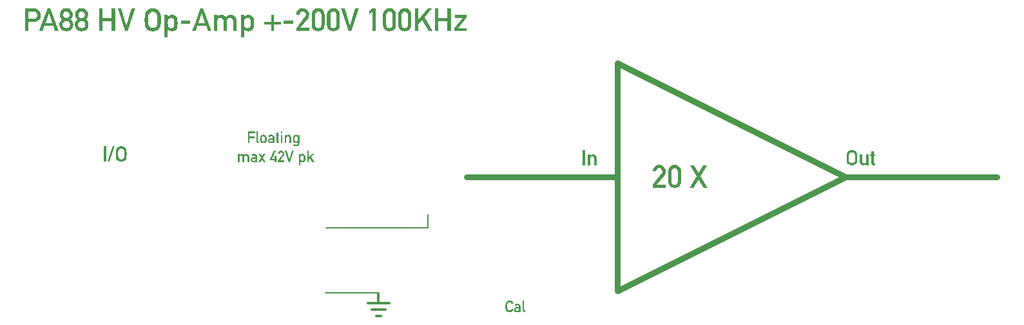
<source format=gbr>
%TF.GenerationSoftware,KiCad,Pcbnew,9.0.5*%
%TF.CreationDate,2025-11-21T22:54:30+01:00*%
%TF.ProjectId,hv amp front,68762061-6d70-4206-9672-6f6e742e6b69,rev?*%
%TF.SameCoordinates,Original*%
%TF.FileFunction,Legend,Top*%
%TF.FilePolarity,Positive*%
%FSLAX46Y46*%
G04 Gerber Fmt 4.6, Leading zero omitted, Abs format (unit mm)*
G04 Created by KiCad (PCBNEW 9.0.5) date 2025-11-21 22:54:30*
%MOMM*%
%LPD*%
G01*
G04 APERTURE LIST*
%ADD10C,0.100000*%
%ADD11C,0.200000*%
%ADD12C,0.800000*%
%ADD13C,0.150000*%
%ADD14C,0.300000*%
G04 APERTURE END LIST*
D10*
G36*
X136557632Y-87288993D02*
G01*
X136513047Y-87367259D01*
X136462905Y-87424034D01*
X136407065Y-87463063D01*
X136344334Y-87486466D01*
X136272600Y-87494523D01*
X136196719Y-87485615D01*
X136135214Y-87460451D01*
X136081801Y-87426646D01*
X136040875Y-87385072D01*
X136004969Y-87330616D01*
X135982440Y-87258035D01*
X135971223Y-87161801D01*
X135966045Y-86957616D01*
X135971195Y-86753195D01*
X135982440Y-86655091D01*
X136004868Y-86584330D01*
X136040875Y-86530161D01*
X136081715Y-86488145D01*
X136135214Y-86452675D01*
X136196439Y-86430187D01*
X136272600Y-86420710D01*
X136342912Y-86428971D01*
X136403804Y-86450022D01*
X136457156Y-86483633D01*
X136500920Y-86529596D01*
X136534192Y-86580957D01*
X136557632Y-86638513D01*
X136797600Y-86638513D01*
X136773060Y-86548211D01*
X136736352Y-86466736D01*
X136687352Y-86392888D01*
X136625317Y-86325821D01*
X136553795Y-86271888D01*
X136472467Y-86232630D01*
X136379525Y-86207862D01*
X136272600Y-86198510D01*
X136157516Y-86209480D01*
X136060529Y-86237903D01*
X135978318Y-86282499D01*
X135903121Y-86341241D01*
X135845816Y-86402593D01*
X135804020Y-86466871D01*
X135775623Y-86526509D01*
X135753737Y-86609296D01*
X135743250Y-86718742D01*
X135738350Y-86957616D01*
X135743212Y-87193084D01*
X135753737Y-87303831D01*
X135774253Y-87383790D01*
X135804020Y-87448361D01*
X135845893Y-87512518D01*
X135903206Y-87573167D01*
X135978318Y-87630628D01*
X136060517Y-87675437D01*
X136157529Y-87704550D01*
X136272600Y-87716723D01*
X136368696Y-87709549D01*
X136456017Y-87688673D01*
X136536039Y-87654510D01*
X136609930Y-87606722D01*
X136671998Y-87547077D01*
X136723925Y-87475420D01*
X136765945Y-87390124D01*
X136797600Y-87288993D01*
X136557632Y-87288993D01*
G37*
G36*
X137399055Y-86634977D02*
G01*
X137504260Y-86661155D01*
X137587848Y-86702352D01*
X137638393Y-86747102D01*
X137675780Y-86805530D01*
X137700217Y-86880764D01*
X137709847Y-86977400D01*
X137709847Y-87705000D01*
X137495524Y-87705000D01*
X137495524Y-87611302D01*
X137491403Y-87611302D01*
X137453984Y-87657476D01*
X137399079Y-87690345D01*
X137331249Y-87709250D01*
X137228903Y-87716723D01*
X137139633Y-87709249D01*
X137065770Y-87690350D01*
X137004610Y-87661334D01*
X136954038Y-87622568D01*
X136909449Y-87574163D01*
X136878141Y-87520496D01*
X136859123Y-87460457D01*
X136852555Y-87392399D01*
X136853739Y-87382416D01*
X137054605Y-87382416D01*
X137059824Y-87416737D01*
X137075423Y-87447381D01*
X137102782Y-87475564D01*
X137136376Y-87497401D01*
X137185482Y-87512266D01*
X137255556Y-87517971D01*
X137345728Y-87514350D01*
X137406304Y-87502701D01*
X137445241Y-87485914D01*
X137470466Y-87458313D01*
X137488309Y-87409964D01*
X137495524Y-87330758D01*
X137495524Y-87253089D01*
X137239161Y-87253089D01*
X137162904Y-87261475D01*
X137112078Y-87279808D01*
X137079528Y-87305589D01*
X137060720Y-87338905D01*
X137054605Y-87382416D01*
X136853739Y-87382416D01*
X136862716Y-87306734D01*
X136892019Y-87233709D01*
X136940757Y-87170382D01*
X136987334Y-87132544D01*
X137044375Y-87104208D01*
X137114040Y-87085695D01*
X137199135Y-87078333D01*
X137495524Y-87078333D01*
X137495524Y-86964303D01*
X137488233Y-86915114D01*
X137466220Y-86878101D01*
X137428059Y-86850102D01*
X137367996Y-86831302D01*
X137277079Y-86825176D01*
X137201527Y-86829926D01*
X137150959Y-86841937D01*
X137108133Y-86868417D01*
X137075121Y-86908890D01*
X136906960Y-86779747D01*
X136959248Y-86724226D01*
X137019876Y-86681446D01*
X137090055Y-86650605D01*
X137171621Y-86631882D01*
X137266913Y-86626423D01*
X137399055Y-86634977D01*
G37*
G36*
X137985903Y-87449644D02*
G01*
X137996059Y-87538435D01*
X138023312Y-87602099D01*
X138065862Y-87647206D01*
X138119214Y-87678525D01*
X138182657Y-87698075D01*
X138258661Y-87705000D01*
X138354007Y-87705000D01*
X138354007Y-87506247D01*
X138280185Y-87506247D01*
X138234109Y-87497354D01*
X138209250Y-87474058D01*
X138200226Y-87433249D01*
X138200226Y-86210233D01*
X137985903Y-86210233D01*
X137985903Y-87449644D01*
G37*
D11*
X125510000Y-74820000D02*
X125510000Y-76590000D01*
D12*
X180450000Y-69960000D02*
X150450000Y-84960000D01*
X150450000Y-54960000D01*
X180450000Y-69960000D01*
D11*
X112160000Y-76590000D02*
X125510000Y-76590000D01*
X119075000Y-85180000D02*
X112110000Y-85180000D01*
D12*
X150430000Y-69930000D02*
X130620000Y-69930000D01*
X200270000Y-69930000D02*
X180400000Y-69930000D01*
D10*
G36*
X155065371Y-71370000D02*
G01*
X156769515Y-71370000D01*
X156769515Y-70949047D01*
X155627191Y-70949047D01*
X156589080Y-69740411D01*
X156689486Y-69579252D01*
X156749224Y-69405272D01*
X156769515Y-69214129D01*
X156751698Y-69033101D01*
X156704206Y-68873492D01*
X156627905Y-68731331D01*
X156521303Y-68603766D01*
X156394225Y-68498608D01*
X156250008Y-68422691D01*
X156085395Y-68375027D01*
X155895919Y-68357020D01*
X155727988Y-68374047D01*
X155577382Y-68419652D01*
X155440721Y-68493521D01*
X155315598Y-68597538D01*
X155213244Y-68725489D01*
X155137738Y-68868537D01*
X155088149Y-69029317D01*
X155065371Y-69211381D01*
X155492002Y-69211381D01*
X155519594Y-69079040D01*
X155567846Y-68974235D01*
X155635617Y-68891545D01*
X155719410Y-68828846D01*
X155815850Y-68791074D01*
X155928709Y-68777972D01*
X156055566Y-68795451D01*
X156156099Y-68839063D01*
X156236271Y-68908032D01*
X156294330Y-68996631D01*
X156329014Y-69094017D01*
X156340868Y-69202955D01*
X156324382Y-69339242D01*
X156291045Y-69415136D01*
X156232241Y-69504289D01*
X155065371Y-70973410D01*
X155065371Y-71370000D01*
G37*
G36*
X158121351Y-68371385D02*
G01*
X158275111Y-68413139D01*
X158414956Y-68481680D01*
X158543267Y-68578304D01*
X158649333Y-68697626D01*
X158727680Y-68840265D01*
X158778589Y-69010780D01*
X158799539Y-69215411D01*
X158799539Y-70532857D01*
X158778621Y-70736489D01*
X158727758Y-70906417D01*
X158649416Y-71048800D01*
X158543267Y-71168133D01*
X158414992Y-71264985D01*
X158275109Y-71334292D01*
X158121305Y-71377298D01*
X157950490Y-71393447D01*
X157785075Y-71377526D01*
X157634628Y-71334968D01*
X157496301Y-71266035D01*
X157367971Y-71169232D01*
X157256079Y-71049572D01*
X157174770Y-70907601D01*
X157123134Y-70738914D01*
X157103456Y-70537254D01*
X157103456Y-69237943D01*
X157532102Y-69237943D01*
X157532102Y-70512524D01*
X157554486Y-70688615D01*
X157607771Y-70812436D01*
X157687916Y-70897789D01*
X157798634Y-70951617D01*
X157950490Y-70972494D01*
X158101515Y-70951694D01*
X158212191Y-70897955D01*
X158292822Y-70812590D01*
X158347031Y-70688675D01*
X158370893Y-70512524D01*
X158370893Y-69237759D01*
X158347159Y-69063512D01*
X158293120Y-68940224D01*
X158212526Y-68854659D01*
X158101717Y-68800143D01*
X157950490Y-68777972D01*
X157798443Y-68800225D01*
X157687597Y-68854843D01*
X157607486Y-68940424D01*
X157554365Y-69063671D01*
X157532102Y-69237943D01*
X157103456Y-69237943D01*
X157103456Y-69211015D01*
X157123172Y-69008257D01*
X157174866Y-68838959D01*
X157256180Y-68696769D01*
X157367971Y-68577205D01*
X157496339Y-68480631D01*
X157634628Y-68412469D01*
X157785030Y-68371165D01*
X157950490Y-68357020D01*
X158121351Y-68371385D01*
G37*
G36*
X161088217Y-70260099D02*
G01*
X161742543Y-71370000D01*
X162255087Y-71370000D01*
X161340458Y-69838414D01*
X162195736Y-68380467D01*
X161685024Y-68380467D01*
X161088217Y-69418377D01*
X160491409Y-68380467D01*
X159978682Y-68380467D01*
X160835975Y-69838414D01*
X159921346Y-71370000D01*
X160432058Y-71370000D01*
X161088217Y-70260099D01*
G37*
G36*
X82961124Y-67900000D02*
G01*
X83263252Y-67900000D01*
X83263252Y-65906978D01*
X82961124Y-65906978D01*
X82961124Y-67900000D01*
G37*
G36*
X83493451Y-67915631D02*
G01*
X83712171Y-67915631D01*
X84382129Y-65891346D01*
X84163409Y-65891346D01*
X83493451Y-67915631D01*
G37*
G36*
X85413382Y-65905996D02*
G01*
X85544059Y-65943917D01*
X85654634Y-66003332D01*
X85752911Y-66081603D01*
X85827499Y-66163390D01*
X85881536Y-66249162D01*
X85922957Y-66329213D01*
X85951267Y-66439061D01*
X85963419Y-66584987D01*
X85969097Y-66903489D01*
X85963463Y-67217445D01*
X85951267Y-67365108D01*
X85922844Y-67477419D01*
X85881536Y-67557815D01*
X85827398Y-67643428D01*
X85752797Y-67724277D01*
X85654634Y-67800837D01*
X85544075Y-67860537D01*
X85413364Y-67899377D01*
X85258106Y-67915631D01*
X85104670Y-67899413D01*
X84975320Y-67860636D01*
X84865730Y-67800959D01*
X84765575Y-67724271D01*
X84689158Y-67643365D01*
X84633332Y-67557815D01*
X84593643Y-67471720D01*
X84566288Y-67365230D01*
X84552254Y-67217568D01*
X84545771Y-66903611D01*
X84849365Y-66903611D01*
X84856267Y-67175763D01*
X84871225Y-67304169D01*
X84901259Y-67400838D01*
X84949138Y-67473429D01*
X85003706Y-67528861D01*
X85074924Y-67573935D01*
X85156931Y-67607486D01*
X85258106Y-67619364D01*
X85360861Y-67607530D01*
X85445440Y-67573935D01*
X85513781Y-67528914D01*
X85565730Y-67473429D01*
X85614218Y-67400871D01*
X85646330Y-67304047D01*
X85660367Y-67175726D01*
X85666846Y-66903489D01*
X85660401Y-66630935D01*
X85646330Y-66500122D01*
X85614357Y-66405722D01*
X85565730Y-66333548D01*
X85513896Y-66277478D01*
X85445440Y-66230233D01*
X85361220Y-66200203D01*
X85258106Y-66187613D01*
X85156558Y-66200249D01*
X85074924Y-66230233D01*
X85003592Y-66277527D01*
X84949138Y-66333548D01*
X84901129Y-66405773D01*
X84871225Y-66500122D01*
X84856231Y-66631035D01*
X84849365Y-66903611D01*
X84545771Y-66903611D01*
X84552305Y-66582530D01*
X84566288Y-66435397D01*
X84595474Y-66324176D01*
X84633332Y-66244033D01*
X84688983Y-66159646D01*
X84765364Y-66079017D01*
X84865730Y-66001744D01*
X84975238Y-65943187D01*
X85104558Y-65905803D01*
X85258106Y-65891346D01*
X85413382Y-65905996D01*
G37*
D13*
G36*
X73862994Y-47768725D02*
G01*
X74028948Y-47793073D01*
X74189159Y-47855930D01*
X74361240Y-47968745D01*
X74447543Y-48042841D01*
X74524075Y-48137210D01*
X74590950Y-48254876D01*
X74640990Y-48377885D01*
X74672295Y-48518412D01*
X74683274Y-48679675D01*
X74668876Y-48840329D01*
X74626015Y-48992798D01*
X74553799Y-49139516D01*
X74449534Y-49282344D01*
X74320120Y-49404702D01*
X74163990Y-49494686D01*
X73975821Y-49552931D01*
X73748129Y-49576535D01*
X73058998Y-49576535D01*
X73058998Y-50750000D01*
X72605806Y-50750000D01*
X72605806Y-49156681D01*
X73058998Y-49156681D01*
X73729628Y-49156681D01*
X73890715Y-49135530D01*
X74014229Y-49082463D01*
X74108998Y-48999328D01*
X74176969Y-48894837D01*
X74216750Y-48785259D01*
X74230081Y-48667951D01*
X74216871Y-48524222D01*
X74180806Y-48413328D01*
X74119328Y-48329961D01*
X74037374Y-48266233D01*
X73940872Y-48217903D01*
X73833723Y-48189440D01*
X73713325Y-48181420D01*
X73058998Y-48181420D01*
X73058998Y-49156681D01*
X72605806Y-49156681D01*
X72605806Y-47760467D01*
X73688595Y-47760467D01*
X73862994Y-47768725D01*
G37*
G36*
X77025075Y-50750000D02*
G01*
X76547152Y-50750000D01*
X76315427Y-50080652D01*
X75181346Y-50080652D01*
X74951636Y-50750000D01*
X74471699Y-50750000D01*
X74859210Y-49684246D01*
X75312505Y-49684246D01*
X76186284Y-49684246D01*
X75753424Y-48372845D01*
X75745364Y-48372845D01*
X75312505Y-49684246D01*
X74859210Y-49684246D01*
X75558702Y-47760467D01*
X75938072Y-47760467D01*
X77025075Y-50750000D01*
G37*
G36*
X78217351Y-47754832D02*
G01*
X78378307Y-47802110D01*
X78520378Y-47877709D01*
X78646603Y-47982850D01*
X78751174Y-48111814D01*
X78826222Y-48255524D01*
X78873017Y-48416826D01*
X78890601Y-48599624D01*
X78869673Y-48784675D01*
X78810551Y-48935580D01*
X78714434Y-49078159D01*
X78593114Y-49203942D01*
X78720448Y-49309166D01*
X78817205Y-49426918D01*
X78886606Y-49558669D01*
X78929829Y-49707130D01*
X78945922Y-49876038D01*
X78926663Y-50074065D01*
X78875572Y-50244480D01*
X78794226Y-50392378D01*
X78681407Y-50521388D01*
X78542021Y-50629954D01*
X78389458Y-50707506D01*
X78221079Y-50755547D01*
X78033309Y-50773447D01*
X77846434Y-50755541D01*
X77680182Y-50707645D01*
X77530782Y-50630554D01*
X77395469Y-50522854D01*
X77278658Y-50393927D01*
X77194842Y-50246579D01*
X77142403Y-50077244D01*
X77122711Y-49880800D01*
X77123129Y-49876404D01*
X77551357Y-49876404D01*
X77570085Y-50007441D01*
X77618992Y-50118565D01*
X77699002Y-50214375D01*
X77797620Y-50291349D01*
X77907743Y-50336913D01*
X78033309Y-50352494D01*
X78162880Y-50336752D01*
X78274916Y-50291031D01*
X78373661Y-50214375D01*
X78451254Y-50118971D01*
X78498926Y-50007906D01*
X78517276Y-49876587D01*
X78498818Y-49742581D01*
X78451050Y-49630194D01*
X78373661Y-49534586D01*
X78275534Y-49462400D01*
X78163402Y-49417879D01*
X78033309Y-49400680D01*
X77907230Y-49417719D01*
X77797005Y-49462098D01*
X77699002Y-49534586D01*
X77619215Y-49630378D01*
X77570205Y-49742694D01*
X77551357Y-49876404D01*
X77123129Y-49876404D01*
X77138811Y-49711494D01*
X77182051Y-49562693D01*
X77251467Y-49430655D01*
X77348222Y-49312664D01*
X77475519Y-49207240D01*
X77355980Y-49080761D01*
X77266325Y-48938328D01*
X77218184Y-48840334D01*
X77188416Y-48728996D01*
X77178032Y-48601456D01*
X77178990Y-48591748D01*
X77606678Y-48591748D01*
X77624663Y-48726279D01*
X77669539Y-48831103D01*
X77740034Y-48913049D01*
X77830063Y-48977268D01*
X77926892Y-49014983D01*
X78033309Y-49027721D01*
X78143725Y-49014831D01*
X78242559Y-48976966D01*
X78332812Y-48913049D01*
X78400823Y-48831437D01*
X78444388Y-48726630D01*
X78461955Y-48591748D01*
X78444220Y-48452649D01*
X78400518Y-48346047D01*
X78332812Y-48264401D01*
X78243119Y-48205358D01*
X78144237Y-48170052D01*
X78033309Y-48157972D01*
X77926388Y-48169912D01*
X77829506Y-48205080D01*
X77740034Y-48264401D01*
X77669853Y-48346387D01*
X77624835Y-48453010D01*
X77606678Y-48591748D01*
X77178990Y-48591748D01*
X77196069Y-48418747D01*
X77244258Y-48257292D01*
X77321796Y-48113123D01*
X77430273Y-47983400D01*
X77554644Y-47877831D01*
X77694424Y-47802099D01*
X77852591Y-47754817D01*
X78033309Y-47737020D01*
X78217351Y-47754832D01*
G37*
G36*
X80230889Y-47754832D02*
G01*
X80391845Y-47802110D01*
X80533916Y-47877709D01*
X80660141Y-47982850D01*
X80764712Y-48111814D01*
X80839760Y-48255524D01*
X80886555Y-48416826D01*
X80904139Y-48599624D01*
X80883211Y-48784675D01*
X80824089Y-48935580D01*
X80727972Y-49078159D01*
X80606652Y-49203942D01*
X80733986Y-49309166D01*
X80830743Y-49426918D01*
X80900144Y-49558669D01*
X80943367Y-49707130D01*
X80959460Y-49876038D01*
X80940201Y-50074065D01*
X80889110Y-50244480D01*
X80807764Y-50392378D01*
X80694945Y-50521388D01*
X80555559Y-50629954D01*
X80402996Y-50707506D01*
X80234617Y-50755547D01*
X80046847Y-50773447D01*
X79859972Y-50755541D01*
X79693720Y-50707645D01*
X79544320Y-50630554D01*
X79409007Y-50522854D01*
X79292196Y-50393927D01*
X79208380Y-50246579D01*
X79155941Y-50077244D01*
X79136249Y-49880800D01*
X79136667Y-49876404D01*
X79564895Y-49876404D01*
X79583623Y-50007441D01*
X79632530Y-50118565D01*
X79712540Y-50214375D01*
X79811158Y-50291349D01*
X79921281Y-50336913D01*
X80046847Y-50352494D01*
X80176418Y-50336752D01*
X80288454Y-50291031D01*
X80387199Y-50214375D01*
X80464792Y-50118971D01*
X80512464Y-50007906D01*
X80530814Y-49876587D01*
X80512356Y-49742581D01*
X80464588Y-49630194D01*
X80387199Y-49534586D01*
X80289072Y-49462400D01*
X80176940Y-49417879D01*
X80046847Y-49400680D01*
X79920768Y-49417719D01*
X79810543Y-49462098D01*
X79712540Y-49534586D01*
X79632753Y-49630378D01*
X79583743Y-49742694D01*
X79564895Y-49876404D01*
X79136667Y-49876404D01*
X79152349Y-49711494D01*
X79195589Y-49562693D01*
X79265005Y-49430655D01*
X79361760Y-49312664D01*
X79489057Y-49207240D01*
X79369518Y-49080761D01*
X79279863Y-48938328D01*
X79231722Y-48840334D01*
X79201954Y-48728996D01*
X79191570Y-48601456D01*
X79192528Y-48591748D01*
X79620216Y-48591748D01*
X79638201Y-48726279D01*
X79683077Y-48831103D01*
X79753572Y-48913049D01*
X79843601Y-48977268D01*
X79940430Y-49014983D01*
X80046847Y-49027721D01*
X80157263Y-49014831D01*
X80256097Y-48976966D01*
X80346350Y-48913049D01*
X80414361Y-48831437D01*
X80457926Y-48726630D01*
X80475493Y-48591748D01*
X80457758Y-48452649D01*
X80414056Y-48346047D01*
X80346350Y-48264401D01*
X80256657Y-48205358D01*
X80157775Y-48170052D01*
X80046847Y-48157972D01*
X79939926Y-48169912D01*
X79843044Y-48205080D01*
X79753572Y-48264401D01*
X79683391Y-48346387D01*
X79638373Y-48453010D01*
X79620216Y-48591748D01*
X79192528Y-48591748D01*
X79209607Y-48418747D01*
X79257796Y-48257292D01*
X79335334Y-48113123D01*
X79443811Y-47983400D01*
X79568182Y-47877831D01*
X79707962Y-47802099D01*
X79866129Y-47754817D01*
X80046847Y-47737020D01*
X80230889Y-47754832D01*
G37*
G36*
X84011092Y-50750000D02*
G01*
X84464284Y-50750000D01*
X84464284Y-47760467D01*
X84011092Y-47760467D01*
X84011092Y-49039445D01*
X82827735Y-49039445D01*
X82827735Y-47760467D01*
X82374542Y-47760467D01*
X82374542Y-50750000D01*
X82827735Y-50750000D01*
X82827735Y-49435851D01*
X84011092Y-49435851D01*
X84011092Y-50750000D01*
G37*
G36*
X85769091Y-50750000D02*
G01*
X86121899Y-50750000D01*
X87110350Y-47760467D01*
X86630413Y-47760467D01*
X85949525Y-50041268D01*
X85941282Y-50041268D01*
X85262592Y-47760467D01*
X84782655Y-47760467D01*
X85769091Y-50750000D01*
G37*
G36*
X89631576Y-47758994D02*
G01*
X89827591Y-47815876D01*
X89993454Y-47904998D01*
X90140869Y-48022404D01*
X90252752Y-48145085D01*
X90333806Y-48273743D01*
X90395938Y-48393819D01*
X90438403Y-48558592D01*
X90456631Y-48777481D01*
X90465148Y-49255233D01*
X90456697Y-49726167D01*
X90438403Y-49947662D01*
X90395769Y-50116128D01*
X90333806Y-50236723D01*
X90252600Y-50365142D01*
X90140699Y-50486416D01*
X89993454Y-50601256D01*
X89827615Y-50690805D01*
X89631549Y-50749065D01*
X89398661Y-50773447D01*
X89168508Y-50749120D01*
X88974483Y-50690954D01*
X88810097Y-50601439D01*
X88659865Y-50486407D01*
X88545240Y-50365048D01*
X88461502Y-50236723D01*
X88401967Y-50107580D01*
X88360935Y-49947845D01*
X88339884Y-49726352D01*
X88330160Y-49255416D01*
X88785551Y-49255416D01*
X88795904Y-49663644D01*
X88818340Y-49856254D01*
X88863391Y-50001257D01*
X88935211Y-50110144D01*
X89017062Y-50193292D01*
X89123888Y-50260903D01*
X89246899Y-50311230D01*
X89398661Y-50329047D01*
X89552794Y-50311295D01*
X89679663Y-50260903D01*
X89782174Y-50193371D01*
X89860097Y-50110144D01*
X89932830Y-50001307D01*
X89980997Y-49856071D01*
X90002053Y-49663590D01*
X90011772Y-49255233D01*
X90002105Y-48846403D01*
X89980997Y-48650183D01*
X89933038Y-48508583D01*
X89860097Y-48400322D01*
X89782347Y-48316217D01*
X89679663Y-48245350D01*
X89553333Y-48200305D01*
X89398661Y-48181420D01*
X89246340Y-48200374D01*
X89123888Y-48245350D01*
X89016891Y-48316290D01*
X88935211Y-48400322D01*
X88863196Y-48508660D01*
X88818340Y-48650183D01*
X88795849Y-48846552D01*
X88785551Y-49255416D01*
X88330160Y-49255416D01*
X88339960Y-48773796D01*
X88360935Y-48553096D01*
X88404714Y-48386264D01*
X88461502Y-48266050D01*
X88544978Y-48139469D01*
X88659549Y-48018525D01*
X88810097Y-47902616D01*
X88974359Y-47814780D01*
X89168339Y-47758704D01*
X89398661Y-47737020D01*
X89631576Y-47758994D01*
G37*
G36*
X92122265Y-48616163D02*
G01*
X92276936Y-48671367D01*
X92402178Y-48756038D01*
X92502866Y-48871833D01*
X92575412Y-48984531D01*
X92623766Y-49136531D01*
X92645147Y-49326706D01*
X92654541Y-49686261D01*
X92645227Y-50036925D01*
X92623766Y-50227747D01*
X92575596Y-50380410D01*
X92502866Y-50496475D01*
X92401680Y-50606495D01*
X92271140Y-50693396D01*
X92119795Y-50750325D01*
X91930605Y-50773447D01*
X91773371Y-50755345D01*
X91637330Y-50702922D01*
X91504432Y-50626953D01*
X91381058Y-50525601D01*
X91381058Y-51605826D01*
X90952412Y-51605826D01*
X90952412Y-49686261D01*
X91381058Y-49686261D01*
X91393332Y-49914506D01*
X91412743Y-50031088D01*
X91444623Y-50132493D01*
X91497369Y-50220673D01*
X91573766Y-50290212D01*
X91668072Y-50335616D01*
X91801461Y-50352494D01*
X91943051Y-50336564D01*
X92041430Y-50294426D01*
X92117343Y-50225269D01*
X92166543Y-50140736D01*
X92200522Y-50039665D01*
X92222048Y-49924947D01*
X92226078Y-49686261D01*
X92222048Y-49435118D01*
X92200266Y-49317402D01*
X92166543Y-49219330D01*
X92116873Y-49132111D01*
X92041430Y-49065640D01*
X91943572Y-49028141D01*
X91801461Y-49013799D01*
X91668034Y-49030167D01*
X91573766Y-49074066D01*
X91497369Y-49143606D01*
X91444623Y-49231786D01*
X91412572Y-49332251D01*
X91393332Y-49443361D01*
X91381058Y-49686261D01*
X90952412Y-49686261D01*
X90952412Y-48616294D01*
X91381058Y-48616294D01*
X91381058Y-48837761D01*
X91495295Y-48734028D01*
X91623050Y-48659461D01*
X91766902Y-48612223D01*
X91930605Y-48592847D01*
X92122265Y-48616163D01*
G37*
G36*
X93076775Y-49799284D02*
G01*
X94340183Y-49799284D01*
X94340183Y-49379431D01*
X93076775Y-49379431D01*
X93076775Y-49799284D01*
G37*
G36*
X97116491Y-50750000D02*
G01*
X96638569Y-50750000D01*
X96406844Y-50080652D01*
X95272763Y-50080652D01*
X95043053Y-50750000D01*
X94563115Y-50750000D01*
X94950626Y-49684246D01*
X95403921Y-49684246D01*
X96277700Y-49684246D01*
X95844841Y-48372845D01*
X95836781Y-48372845D01*
X95403921Y-49684246D01*
X94950626Y-49684246D01*
X95650118Y-47760467D01*
X96029488Y-47760467D01*
X97116491Y-50750000D01*
G37*
G36*
X97419291Y-50750000D02*
G01*
X97847937Y-50750000D01*
X97847937Y-49475601D01*
X97863156Y-49330899D01*
X97904985Y-49219408D01*
X97971036Y-49133417D01*
X98055443Y-49067546D01*
X98154442Y-49027704D01*
X98272370Y-49013799D01*
X98390480Y-49027665D01*
X98490256Y-49067483D01*
X98575903Y-49133417D01*
X98638349Y-49218906D01*
X98678210Y-49330374D01*
X98692773Y-49475601D01*
X98692773Y-50750000D01*
X99121420Y-50750000D01*
X99121420Y-49475601D01*
X99136408Y-49330714D01*
X99177544Y-49219231D01*
X99242320Y-49133417D01*
X99328076Y-49067468D01*
X99427860Y-49027656D01*
X99545853Y-49013799D01*
X99663903Y-49027709D01*
X99762959Y-49067555D01*
X99847370Y-49133417D01*
X99909816Y-49218906D01*
X99949677Y-49330374D01*
X99964241Y-49475601D01*
X99964241Y-50750000D01*
X100392887Y-50750000D01*
X100392887Y-49333818D01*
X100373888Y-49152849D01*
X100328737Y-49003874D01*
X100259886Y-48880936D01*
X100167206Y-48779692D01*
X100013019Y-48674324D01*
X99853039Y-48613206D01*
X99683239Y-48592847D01*
X99477529Y-48609812D01*
X99300677Y-48662414D01*
X99147009Y-48749069D01*
X99012609Y-48871650D01*
X98895382Y-48758698D01*
X98768611Y-48668684D01*
X98620272Y-48615690D01*
X98411772Y-48592847D01*
X98244339Y-48609123D01*
X98098592Y-48656008D01*
X97970119Y-48732841D01*
X97855997Y-48841974D01*
X97847754Y-48841974D01*
X97847754Y-48616294D01*
X97419291Y-48616294D01*
X97419291Y-50750000D01*
G37*
G36*
X102143061Y-48616163D02*
G01*
X102297732Y-48671367D01*
X102422974Y-48756038D01*
X102523661Y-48871833D01*
X102596207Y-48984531D01*
X102644562Y-49136531D01*
X102665943Y-49326706D01*
X102675336Y-49686261D01*
X102666022Y-50036925D01*
X102644562Y-50227747D01*
X102596392Y-50380410D01*
X102523661Y-50496475D01*
X102422476Y-50606495D01*
X102291936Y-50693396D01*
X102140591Y-50750325D01*
X101951400Y-50773447D01*
X101794166Y-50755345D01*
X101658126Y-50702922D01*
X101525228Y-50626953D01*
X101401854Y-50525601D01*
X101401854Y-51605826D01*
X100973208Y-51605826D01*
X100973208Y-49686261D01*
X101401854Y-49686261D01*
X101414127Y-49914506D01*
X101433538Y-50031088D01*
X101465418Y-50132493D01*
X101518165Y-50220673D01*
X101594562Y-50290212D01*
X101688868Y-50335616D01*
X101822257Y-50352494D01*
X101963847Y-50336564D01*
X102062226Y-50294426D01*
X102138138Y-50225269D01*
X102187339Y-50140736D01*
X102221317Y-50039665D01*
X102242843Y-49924947D01*
X102246873Y-49686261D01*
X102242843Y-49435118D01*
X102221061Y-49317402D01*
X102187339Y-49219330D01*
X102137669Y-49132111D01*
X102062226Y-49065640D01*
X101964367Y-49028141D01*
X101822257Y-49013799D01*
X101688830Y-49030167D01*
X101594562Y-49074066D01*
X101518165Y-49143606D01*
X101465418Y-49231786D01*
X101433368Y-49332251D01*
X101414127Y-49443361D01*
X101401854Y-49686261D01*
X100973208Y-49686261D01*
X100973208Y-48616294D01*
X101401854Y-48616294D01*
X101401854Y-48837761D01*
X101516090Y-48734028D01*
X101643846Y-48659461D01*
X101787698Y-48612223D01*
X101951400Y-48592847D01*
X102143061Y-48616163D01*
G37*
G36*
X104974455Y-49520115D02*
G01*
X104076313Y-49520115D01*
X104076313Y-49846179D01*
X104974455Y-49846179D01*
X104974455Y-50750000D01*
X105302718Y-50750000D01*
X105302718Y-49846179D01*
X106200860Y-49846179D01*
X106200860Y-49520115D01*
X105302718Y-49520115D01*
X105302718Y-48628018D01*
X104974455Y-48628018D01*
X104974455Y-49520115D01*
G37*
G36*
X106620530Y-49799284D02*
G01*
X107883937Y-49799284D01*
X107883937Y-49379431D01*
X106620530Y-49379431D01*
X106620530Y-49799284D01*
G37*
G36*
X108238211Y-50750000D02*
G01*
X109942355Y-50750000D01*
X109942355Y-50329047D01*
X108800031Y-50329047D01*
X109761920Y-49120411D01*
X109862327Y-48959252D01*
X109922064Y-48785272D01*
X109942355Y-48594129D01*
X109924538Y-48413101D01*
X109877047Y-48253492D01*
X109800745Y-48111331D01*
X109694143Y-47983766D01*
X109567065Y-47878608D01*
X109422849Y-47802691D01*
X109258235Y-47755027D01*
X109068759Y-47737020D01*
X108900829Y-47754047D01*
X108750222Y-47799652D01*
X108613561Y-47873521D01*
X108488438Y-47977538D01*
X108386084Y-48105489D01*
X108310579Y-48248537D01*
X108260989Y-48409317D01*
X108238211Y-48591381D01*
X108664842Y-48591381D01*
X108692435Y-48459040D01*
X108740686Y-48354235D01*
X108808457Y-48271545D01*
X108892250Y-48208846D01*
X108988690Y-48171074D01*
X109101549Y-48157972D01*
X109228406Y-48175451D01*
X109328940Y-48219063D01*
X109409112Y-48288032D01*
X109467170Y-48376631D01*
X109501855Y-48474017D01*
X109513709Y-48582955D01*
X109497222Y-48719242D01*
X109463885Y-48795136D01*
X109405081Y-48884289D01*
X108238211Y-50353410D01*
X108238211Y-50750000D01*
G37*
G36*
X111294191Y-47751385D02*
G01*
X111447951Y-47793139D01*
X111587796Y-47861680D01*
X111716107Y-47958304D01*
X111822173Y-48077626D01*
X111900520Y-48220265D01*
X111951429Y-48390780D01*
X111972379Y-48595411D01*
X111972379Y-49912857D01*
X111951461Y-50116489D01*
X111900598Y-50286417D01*
X111822256Y-50428800D01*
X111716107Y-50548133D01*
X111587832Y-50644985D01*
X111447949Y-50714292D01*
X111294145Y-50757298D01*
X111123330Y-50773447D01*
X110957915Y-50757526D01*
X110807468Y-50714968D01*
X110669142Y-50646035D01*
X110540811Y-50549232D01*
X110428919Y-50429572D01*
X110347611Y-50287601D01*
X110295975Y-50118914D01*
X110276296Y-49917254D01*
X110276296Y-48617943D01*
X110704942Y-48617943D01*
X110704942Y-49892524D01*
X110727326Y-50068615D01*
X110780612Y-50192436D01*
X110860756Y-50277789D01*
X110971474Y-50331617D01*
X111123330Y-50352494D01*
X111274355Y-50331694D01*
X111385031Y-50277955D01*
X111465662Y-50192590D01*
X111519871Y-50068675D01*
X111543733Y-49892524D01*
X111543733Y-48617759D01*
X111520000Y-48443512D01*
X111465960Y-48320224D01*
X111385366Y-48234659D01*
X111274557Y-48180143D01*
X111123330Y-48157972D01*
X110971283Y-48180225D01*
X110860437Y-48234843D01*
X110780326Y-48320424D01*
X110727205Y-48443671D01*
X110704942Y-48617943D01*
X110276296Y-48617943D01*
X110276296Y-48591015D01*
X110296013Y-48388257D01*
X110347706Y-48218959D01*
X110429020Y-48076769D01*
X110540811Y-47957205D01*
X110669180Y-47860631D01*
X110807468Y-47792469D01*
X110957871Y-47751165D01*
X111123330Y-47737020D01*
X111294191Y-47751385D01*
G37*
G36*
X113307729Y-47751385D02*
G01*
X113461489Y-47793139D01*
X113601334Y-47861680D01*
X113729645Y-47958304D01*
X113835711Y-48077626D01*
X113914058Y-48220265D01*
X113964967Y-48390780D01*
X113985917Y-48595411D01*
X113985917Y-49912857D01*
X113964999Y-50116489D01*
X113914136Y-50286417D01*
X113835794Y-50428800D01*
X113729645Y-50548133D01*
X113601370Y-50644985D01*
X113461487Y-50714292D01*
X113307683Y-50757298D01*
X113136868Y-50773447D01*
X112971453Y-50757526D01*
X112821006Y-50714968D01*
X112682680Y-50646035D01*
X112554349Y-50549232D01*
X112442457Y-50429572D01*
X112361149Y-50287601D01*
X112309513Y-50118914D01*
X112289834Y-49917254D01*
X112289834Y-48617943D01*
X112718480Y-48617943D01*
X112718480Y-49892524D01*
X112740864Y-50068615D01*
X112794150Y-50192436D01*
X112874294Y-50277789D01*
X112985012Y-50331617D01*
X113136868Y-50352494D01*
X113287893Y-50331694D01*
X113398569Y-50277955D01*
X113479200Y-50192590D01*
X113533409Y-50068675D01*
X113557271Y-49892524D01*
X113557271Y-48617759D01*
X113533538Y-48443512D01*
X113479498Y-48320224D01*
X113398904Y-48234659D01*
X113288095Y-48180143D01*
X113136868Y-48157972D01*
X112984821Y-48180225D01*
X112873975Y-48234843D01*
X112793864Y-48320424D01*
X112740743Y-48443671D01*
X112718480Y-48617943D01*
X112289834Y-48617943D01*
X112289834Y-48591015D01*
X112309551Y-48388257D01*
X112361244Y-48218959D01*
X112442558Y-48076769D01*
X112554349Y-47957205D01*
X112682718Y-47860631D01*
X112821006Y-47792469D01*
X112971409Y-47751165D01*
X113136868Y-47737020D01*
X113307729Y-47751385D01*
G37*
G36*
X115133920Y-50750000D02*
G01*
X115486728Y-50750000D01*
X116475179Y-47760467D01*
X115995242Y-47760467D01*
X115314354Y-50041268D01*
X115306111Y-50041268D01*
X114627421Y-47760467D01*
X114147484Y-47760467D01*
X115133920Y-50750000D01*
G37*
G36*
X118296010Y-48212927D02*
G01*
X118296010Y-50750000D01*
X118724473Y-50750000D01*
X118724473Y-47760467D01*
X118296010Y-47760467D01*
X117871393Y-48067847D01*
X117871393Y-48524703D01*
X118296010Y-48212927D01*
G37*
G36*
X120673116Y-47751385D02*
G01*
X120826876Y-47793139D01*
X120966722Y-47861680D01*
X121095033Y-47958304D01*
X121201098Y-48077626D01*
X121279445Y-48220265D01*
X121330354Y-48390780D01*
X121351304Y-48595411D01*
X121351304Y-49912857D01*
X121330386Y-50116489D01*
X121279524Y-50286417D01*
X121201181Y-50428800D01*
X121095033Y-50548133D01*
X120966758Y-50644985D01*
X120826874Y-50714292D01*
X120673070Y-50757298D01*
X120502255Y-50773447D01*
X120336840Y-50757526D01*
X120186393Y-50714968D01*
X120048067Y-50646035D01*
X119919736Y-50549232D01*
X119807844Y-50429572D01*
X119726536Y-50287601D01*
X119674900Y-50118914D01*
X119655221Y-49917254D01*
X119655221Y-48617943D01*
X120083867Y-48617943D01*
X120083867Y-49892524D01*
X120106251Y-50068615D01*
X120159537Y-50192436D01*
X120239681Y-50277789D01*
X120350399Y-50331617D01*
X120502255Y-50352494D01*
X120653280Y-50331694D01*
X120763956Y-50277955D01*
X120844587Y-50192590D01*
X120898797Y-50068675D01*
X120922658Y-49892524D01*
X120922658Y-48617759D01*
X120898925Y-48443512D01*
X120844886Y-48320224D01*
X120764291Y-48234659D01*
X120653483Y-48180143D01*
X120502255Y-48157972D01*
X120350209Y-48180225D01*
X120239362Y-48234843D01*
X120159252Y-48320424D01*
X120106131Y-48443671D01*
X120083867Y-48617943D01*
X119655221Y-48617943D01*
X119655221Y-48591015D01*
X119674938Y-48388257D01*
X119726631Y-48218959D01*
X119807946Y-48076769D01*
X119919736Y-47957205D01*
X120048105Y-47860631D01*
X120186393Y-47792469D01*
X120336796Y-47751165D01*
X120502255Y-47737020D01*
X120673116Y-47751385D01*
G37*
G36*
X122686654Y-47751385D02*
G01*
X122840414Y-47793139D01*
X122980260Y-47861680D01*
X123108571Y-47958304D01*
X123214636Y-48077626D01*
X123292984Y-48220265D01*
X123343892Y-48390780D01*
X123364842Y-48595411D01*
X123364842Y-49912857D01*
X123343924Y-50116489D01*
X123293062Y-50286417D01*
X123214719Y-50428800D01*
X123108571Y-50548133D01*
X122980296Y-50644985D01*
X122840412Y-50714292D01*
X122686608Y-50757298D01*
X122515793Y-50773447D01*
X122350378Y-50757526D01*
X122199931Y-50714968D01*
X122061605Y-50646035D01*
X121933274Y-50549232D01*
X121821382Y-50429572D01*
X121740074Y-50287601D01*
X121688438Y-50118914D01*
X121668759Y-49917254D01*
X121668759Y-48617943D01*
X122097405Y-48617943D01*
X122097405Y-49892524D01*
X122119789Y-50068615D01*
X122173075Y-50192436D01*
X122253219Y-50277789D01*
X122363937Y-50331617D01*
X122515793Y-50352494D01*
X122666818Y-50331694D01*
X122777494Y-50277955D01*
X122858125Y-50192590D01*
X122912335Y-50068675D01*
X122936196Y-49892524D01*
X122936196Y-48617759D01*
X122912463Y-48443512D01*
X122858424Y-48320224D01*
X122777829Y-48234659D01*
X122667021Y-48180143D01*
X122515793Y-48157972D01*
X122363747Y-48180225D01*
X122252900Y-48234843D01*
X122172790Y-48320424D01*
X122119669Y-48443671D01*
X122097405Y-48617943D01*
X121668759Y-48617943D01*
X121668759Y-48591015D01*
X121688476Y-48388257D01*
X121740169Y-48218959D01*
X121821484Y-48076769D01*
X121933274Y-47957205D01*
X122061643Y-47860631D01*
X122199931Y-47792469D01*
X122350334Y-47751165D01*
X122515793Y-47737020D01*
X122686654Y-47751385D01*
G37*
G36*
X123838185Y-50750000D02*
G01*
X124291378Y-50750000D01*
X124291378Y-49841050D01*
X124816378Y-49290221D01*
X125630622Y-50750000D01*
X126167896Y-50750000D01*
X125109652Y-48939427D01*
X126067329Y-47760467D01*
X125530055Y-47760467D01*
X124299621Y-49302494D01*
X124291378Y-49302494D01*
X124291378Y-47760467D01*
X123838185Y-47760467D01*
X123838185Y-50750000D01*
G37*
G36*
X128118419Y-50750000D02*
G01*
X128571612Y-50750000D01*
X128571612Y-47760467D01*
X128118419Y-47760467D01*
X128118419Y-49039445D01*
X126935062Y-49039445D01*
X126935062Y-47760467D01*
X126481870Y-47760467D01*
X126481870Y-50750000D01*
X126935062Y-50750000D01*
X126935062Y-49435851D01*
X128118419Y-49435851D01*
X128118419Y-50750000D01*
G37*
G36*
X129025354Y-50750000D02*
G01*
X130612627Y-50750000D01*
X130612627Y-50352494D01*
X129546324Y-50352494D01*
X130612627Y-48959028D01*
X130612627Y-48616294D01*
X129082873Y-48616294D01*
X129082873Y-48990352D01*
X130091840Y-48990352D01*
X129025354Y-50414959D01*
X129025354Y-50750000D01*
G37*
D14*
X117631428Y-86532971D02*
X120488571Y-86532971D01*
X118202857Y-87390114D02*
X119917142Y-87390114D01*
X119059999Y-85247257D02*
X119059999Y-86532971D01*
X119345714Y-88247257D02*
X118774285Y-88247257D01*
D10*
G36*
X101892628Y-65465000D02*
G01*
X102119224Y-65465000D01*
X102119224Y-64825511D01*
X102740669Y-64825511D01*
X102740669Y-64627308D01*
X102119224Y-64627308D01*
X102119224Y-64180710D01*
X102847281Y-64180710D01*
X102847281Y-63970233D01*
X101892628Y-63970233D01*
X101892628Y-65465000D01*
G37*
G36*
X103000055Y-65209644D02*
G01*
X103010211Y-65298435D01*
X103037465Y-65362099D01*
X103080014Y-65407206D01*
X103133367Y-65438525D01*
X103196810Y-65458075D01*
X103272813Y-65465000D01*
X103368160Y-65465000D01*
X103368160Y-65266247D01*
X103294337Y-65266247D01*
X103248261Y-65257354D01*
X103223403Y-65234058D01*
X103214378Y-65193249D01*
X103214378Y-63970233D01*
X103000055Y-63970233D01*
X103000055Y-65209644D01*
G37*
G36*
X104010936Y-64392651D02*
G01*
X104077991Y-64407139D01*
X104131480Y-64428463D01*
X104201626Y-64474905D01*
X104250456Y-64523901D01*
X104304519Y-64590839D01*
X104340674Y-64672554D01*
X104358897Y-64772625D01*
X104366319Y-64931024D01*
X104358858Y-65089236D01*
X104340674Y-65187479D01*
X104304704Y-65269946D01*
X104250456Y-65340344D01*
X104200173Y-65386506D01*
X104170627Y-65409682D01*
X104131480Y-65430561D01*
X104077708Y-65454156D01*
X104010656Y-65470019D01*
X103927415Y-65476723D01*
X103847010Y-65470088D01*
X103781208Y-65454281D01*
X103727471Y-65430561D01*
X103655004Y-65386333D01*
X103604373Y-65340252D01*
X103552905Y-65270276D01*
X103516171Y-65187387D01*
X103496551Y-65089095D01*
X103488515Y-64931024D01*
X103702833Y-64931024D01*
X103706502Y-65035617D01*
X103715107Y-65095063D01*
X103731545Y-65145401D01*
X103755132Y-65188394D01*
X103786070Y-65217077D01*
X103826939Y-65243441D01*
X103874811Y-65260471D01*
X103927415Y-65266247D01*
X103983315Y-65260312D01*
X104029997Y-65243441D01*
X104071722Y-65216719D01*
X104099697Y-65188394D01*
X104125983Y-65145077D01*
X104141738Y-65095063D01*
X104148943Y-65035863D01*
X104151996Y-64933130D01*
X104148926Y-64825706D01*
X104141738Y-64764969D01*
X104125991Y-64716953D01*
X104099697Y-64675668D01*
X104071130Y-64643844D01*
X104029997Y-64618698D01*
X103983376Y-64602585D01*
X103927415Y-64596899D01*
X103874759Y-64602432D01*
X103826939Y-64618698D01*
X103786617Y-64643596D01*
X103755132Y-64675759D01*
X103731543Y-64716700D01*
X103715107Y-64764969D01*
X103706494Y-64825424D01*
X103702833Y-64931024D01*
X103488515Y-64931024D01*
X103488510Y-64930932D01*
X103496510Y-64771627D01*
X103516171Y-64670905D01*
X103553095Y-64588347D01*
X103604373Y-64521337D01*
X103655153Y-64473324D01*
X103727471Y-64427731D01*
X103780883Y-64406695D01*
X103846692Y-64392502D01*
X103927415Y-64386423D01*
X104010936Y-64392651D01*
G37*
G36*
X105052496Y-64394977D02*
G01*
X105157700Y-64421155D01*
X105241289Y-64462352D01*
X105291834Y-64507102D01*
X105329221Y-64565530D01*
X105353658Y-64640764D01*
X105363288Y-64737400D01*
X105363288Y-65465000D01*
X105148965Y-65465000D01*
X105148965Y-65371302D01*
X105144843Y-65371302D01*
X105107424Y-65417476D01*
X105052519Y-65450345D01*
X104984689Y-65469250D01*
X104882343Y-65476723D01*
X104793074Y-65469249D01*
X104719210Y-65450350D01*
X104658051Y-65421334D01*
X104607478Y-65382568D01*
X104562890Y-65334163D01*
X104531582Y-65280496D01*
X104512563Y-65220457D01*
X104505995Y-65152399D01*
X104507179Y-65142416D01*
X104708045Y-65142416D01*
X104713265Y-65176737D01*
X104728864Y-65207381D01*
X104756222Y-65235564D01*
X104789816Y-65257401D01*
X104838923Y-65272266D01*
X104908996Y-65277971D01*
X104999169Y-65274350D01*
X105059745Y-65262701D01*
X105098681Y-65245914D01*
X105123906Y-65218313D01*
X105141749Y-65169964D01*
X105148965Y-65090758D01*
X105148965Y-65013089D01*
X104892601Y-65013089D01*
X104816345Y-65021475D01*
X104765519Y-65039808D01*
X104732968Y-65065589D01*
X104714160Y-65098905D01*
X104708045Y-65142416D01*
X104507179Y-65142416D01*
X104516157Y-65066734D01*
X104545460Y-64993709D01*
X104594198Y-64930382D01*
X104640775Y-64892544D01*
X104697815Y-64864208D01*
X104767481Y-64845695D01*
X104852576Y-64838333D01*
X105148965Y-64838333D01*
X105148965Y-64724303D01*
X105141673Y-64675114D01*
X105119660Y-64638101D01*
X105081500Y-64610102D01*
X105021437Y-64591302D01*
X104930520Y-64585176D01*
X104854967Y-64589926D01*
X104804399Y-64601937D01*
X104761574Y-64628417D01*
X104728562Y-64668890D01*
X104560401Y-64539747D01*
X104612689Y-64484226D01*
X104673317Y-64441446D01*
X104743495Y-64410605D01*
X104825061Y-64391882D01*
X104920353Y-64386423D01*
X105052496Y-64394977D01*
G37*
G36*
X105651708Y-64398147D02*
G01*
X105545005Y-64398147D01*
X105545005Y-64561728D01*
X105651708Y-64561728D01*
X105651708Y-65201950D01*
X105660727Y-65283023D01*
X105685684Y-65346003D01*
X105725531Y-65395116D01*
X105777116Y-65433482D01*
X105837766Y-65456828D01*
X105910087Y-65465000D01*
X106021828Y-65465000D01*
X106021828Y-65266247D01*
X105941869Y-65266247D01*
X105898121Y-65257961D01*
X105874185Y-65233213D01*
X105866031Y-65186746D01*
X105866031Y-64561728D01*
X106021828Y-64561728D01*
X106021828Y-64398147D01*
X105866031Y-64398147D01*
X105866031Y-64074189D01*
X105651708Y-64074189D01*
X105651708Y-64398147D01*
G37*
G36*
X106228823Y-65465000D02*
G01*
X106443055Y-65465000D01*
X106443055Y-64398147D01*
X106228823Y-64398147D01*
X106228823Y-65465000D01*
G37*
G36*
X106228823Y-64180710D02*
G01*
X106443055Y-64180710D01*
X106443055Y-63970233D01*
X106228823Y-63970233D01*
X106228823Y-64180710D01*
G37*
G36*
X106725247Y-65465000D02*
G01*
X106939570Y-65465000D01*
X106939570Y-64827800D01*
X106947074Y-64755364D01*
X106967671Y-64699623D01*
X107000112Y-64656708D01*
X107042935Y-64623741D01*
X107092824Y-64603832D01*
X107151878Y-64596899D01*
X107210845Y-64603850D01*
X107260377Y-64623770D01*
X107302637Y-64656708D01*
X107334442Y-64699534D01*
X107354691Y-64755272D01*
X107362080Y-64827800D01*
X107362080Y-65465000D01*
X107576311Y-65465000D01*
X107576311Y-64756909D01*
X107566352Y-64666437D01*
X107543466Y-64591939D01*
X107508856Y-64530460D01*
X107462464Y-64479846D01*
X107385371Y-64427157D01*
X107305411Y-64396600D01*
X107220571Y-64386423D01*
X107137393Y-64394543D01*
X107064848Y-64417955D01*
X107000759Y-64456367D01*
X106943692Y-64510987D01*
X106939570Y-64510987D01*
X106939570Y-64398147D01*
X106725247Y-64398147D01*
X106725247Y-65465000D01*
G37*
G36*
X108252809Y-64394169D02*
G01*
X108323162Y-64417014D01*
X108388872Y-64455380D01*
X108451006Y-64510987D01*
X108451006Y-64398147D01*
X108665329Y-64398147D01*
X108665329Y-65440362D01*
X108653724Y-65560471D01*
X108625701Y-65656577D01*
X108583337Y-65733354D01*
X108526935Y-65794269D01*
X108456124Y-65844999D01*
X108379387Y-65881027D01*
X108295507Y-65902964D01*
X108202886Y-65910498D01*
X108098904Y-65897880D01*
X108004058Y-65864724D01*
X107916157Y-65810418D01*
X107833774Y-65732537D01*
X107999828Y-65600554D01*
X108043604Y-65636548D01*
X108094167Y-65667233D01*
X108150037Y-65690904D01*
X108207007Y-65700022D01*
X108277729Y-65692587D01*
X108335571Y-65671640D01*
X108383320Y-65637832D01*
X108419147Y-65591804D01*
X108441939Y-65534491D01*
X108451006Y-65462710D01*
X108451006Y-65354907D01*
X108394384Y-65406577D01*
X108330712Y-65443719D01*
X108258646Y-65467212D01*
X108176233Y-65476723D01*
X108108279Y-65470437D01*
X108051492Y-65455392D01*
X108003950Y-65432485D01*
X107938345Y-65389033D01*
X107894224Y-65346114D01*
X107858671Y-65289019D01*
X107833774Y-65217612D01*
X107820417Y-65125677D01*
X107814309Y-64933130D01*
X108028588Y-64933130D01*
X108031155Y-65047025D01*
X108036831Y-65103306D01*
X108049205Y-65148724D01*
X108070628Y-65184181D01*
X108096413Y-65210861D01*
X108136207Y-65237121D01*
X108182041Y-65258588D01*
X108240804Y-65266247D01*
X108299574Y-65258610D01*
X108345401Y-65237213D01*
X108383502Y-65211026D01*
X108408966Y-65184273D01*
X108430875Y-65148838D01*
X108444869Y-65103306D01*
X108451006Y-64933130D01*
X108444869Y-64758832D01*
X108430785Y-64713633D01*
X108408966Y-64679881D01*
X108383703Y-64652356D01*
X108345401Y-64622820D01*
X108299958Y-64604868D01*
X108240804Y-64596899D01*
X108181651Y-64604868D01*
X108136207Y-64622820D01*
X108096208Y-64652483D01*
X108070628Y-64679881D01*
X108049289Y-64713654D01*
X108036831Y-64758741D01*
X108031141Y-64817143D01*
X108028588Y-64933130D01*
X107814309Y-64933130D01*
X107814265Y-64931756D01*
X107820424Y-64734097D01*
X107833774Y-64640771D01*
X107858667Y-64570398D01*
X107894224Y-64514284D01*
X107938695Y-64469019D01*
X108003950Y-64425716D01*
X108078256Y-64397978D01*
X108176233Y-64386423D01*
X108252809Y-64394169D01*
G37*
G36*
X100566571Y-67985000D02*
G01*
X100780894Y-67985000D01*
X100780894Y-67347800D01*
X100788504Y-67275449D01*
X100809418Y-67219704D01*
X100842444Y-67176708D01*
X100884647Y-67143773D01*
X100934147Y-67123852D01*
X100993111Y-67116899D01*
X101052166Y-67123832D01*
X101102054Y-67143741D01*
X101144877Y-67176708D01*
X101176100Y-67219453D01*
X101196031Y-67275187D01*
X101203313Y-67347800D01*
X101203313Y-67985000D01*
X101417636Y-67985000D01*
X101417636Y-67347800D01*
X101425130Y-67275357D01*
X101445698Y-67219615D01*
X101478086Y-67176708D01*
X101520964Y-67143734D01*
X101570856Y-67123828D01*
X101629852Y-67116899D01*
X101688877Y-67123854D01*
X101738405Y-67143777D01*
X101780611Y-67176708D01*
X101811834Y-67219453D01*
X101831764Y-67275187D01*
X101839046Y-67347800D01*
X101839046Y-67985000D01*
X102053369Y-67985000D01*
X102053369Y-67276909D01*
X102043870Y-67186424D01*
X102021294Y-67111937D01*
X101986869Y-67050468D01*
X101940529Y-66999846D01*
X101863435Y-66947162D01*
X101783445Y-66916603D01*
X101698545Y-66906423D01*
X101595690Y-66914906D01*
X101507264Y-66941207D01*
X101430430Y-66984534D01*
X101363231Y-67045825D01*
X101304617Y-66989349D01*
X101241231Y-66944342D01*
X101167062Y-66917845D01*
X101062812Y-66906423D01*
X100979095Y-66914561D01*
X100906222Y-66938004D01*
X100841986Y-66976420D01*
X100784925Y-67030987D01*
X100780803Y-67030987D01*
X100780803Y-66918147D01*
X100566571Y-66918147D01*
X100566571Y-67985000D01*
G37*
G36*
X102805949Y-66914977D02*
G01*
X102911154Y-66941155D01*
X102994742Y-66982352D01*
X103045287Y-67027102D01*
X103082675Y-67085530D01*
X103107112Y-67160764D01*
X103116741Y-67257400D01*
X103116741Y-67985000D01*
X102902418Y-67985000D01*
X102902418Y-67891302D01*
X102898297Y-67891302D01*
X102860878Y-67937476D01*
X102805973Y-67970345D01*
X102738143Y-67989250D01*
X102635797Y-67996723D01*
X102546527Y-67989249D01*
X102472664Y-67970350D01*
X102411504Y-67941334D01*
X102360932Y-67902568D01*
X102316343Y-67854163D01*
X102285035Y-67800496D01*
X102266017Y-67740457D01*
X102259449Y-67672399D01*
X102260633Y-67662416D01*
X102461499Y-67662416D01*
X102466719Y-67696737D01*
X102482317Y-67727381D01*
X102509676Y-67755564D01*
X102543270Y-67777401D01*
X102592377Y-67792266D01*
X102662450Y-67797971D01*
X102752622Y-67794350D01*
X102813199Y-67782701D01*
X102852135Y-67765914D01*
X102877360Y-67738313D01*
X102895203Y-67689964D01*
X102902418Y-67610758D01*
X102902418Y-67533089D01*
X102646055Y-67533089D01*
X102569798Y-67541475D01*
X102518972Y-67559808D01*
X102486422Y-67585589D01*
X102467614Y-67618905D01*
X102461499Y-67662416D01*
X102260633Y-67662416D01*
X102269610Y-67586734D01*
X102298913Y-67513709D01*
X102347651Y-67450382D01*
X102394229Y-67412544D01*
X102451269Y-67384208D01*
X102520934Y-67365695D01*
X102606030Y-67358333D01*
X102902418Y-67358333D01*
X102902418Y-67244303D01*
X102895127Y-67195114D01*
X102873114Y-67158101D01*
X102834953Y-67130102D01*
X102774891Y-67111302D01*
X102683974Y-67105176D01*
X102608421Y-67109926D01*
X102557853Y-67121937D01*
X102515027Y-67148417D01*
X102482015Y-67188890D01*
X102313854Y-67059747D01*
X102366142Y-67004226D01*
X102426770Y-66961446D01*
X102496949Y-66930605D01*
X102578515Y-66911882D01*
X102673807Y-66906423D01*
X102805949Y-66914977D01*
G37*
G36*
X103638902Y-67441223D02*
G01*
X103274919Y-67985000D01*
X103531283Y-67985000D01*
X103757879Y-67631366D01*
X103985483Y-67985000D01*
X104240839Y-67985000D01*
X103877863Y-67440307D01*
X104226459Y-66918147D01*
X103970095Y-66918147D01*
X103757879Y-67263537D01*
X103546670Y-66918147D01*
X103290307Y-66918147D01*
X103638902Y-67441223D01*
G37*
G36*
X104789469Y-67761700D02*
G01*
X105412930Y-67764082D01*
X105412930Y-67985000D01*
X105627161Y-67985000D01*
X105627161Y-67761700D01*
X105746138Y-67761700D01*
X105746138Y-67563497D01*
X105627161Y-67563497D01*
X105627161Y-67132012D01*
X105412930Y-67132012D01*
X105412930Y-67563497D01*
X105022202Y-67563497D01*
X105527785Y-66490233D01*
X105288824Y-66490233D01*
X104789469Y-67563497D01*
X104789469Y-67761700D01*
G37*
G36*
X105838278Y-67985000D02*
G01*
X106690350Y-67985000D01*
X106690350Y-67774523D01*
X106119188Y-67774523D01*
X106600133Y-67170205D01*
X106650336Y-67089626D01*
X106680205Y-67002636D01*
X106690350Y-66907064D01*
X106681442Y-66816550D01*
X106657696Y-66736746D01*
X106619546Y-66665665D01*
X106566244Y-66601883D01*
X106502706Y-66549304D01*
X106430597Y-66511345D01*
X106348290Y-66487513D01*
X106253552Y-66478510D01*
X106169587Y-66487023D01*
X106094284Y-66509826D01*
X106025953Y-66546760D01*
X105963392Y-66598769D01*
X105912215Y-66662744D01*
X105874462Y-66734268D01*
X105849667Y-66814658D01*
X105838278Y-66905690D01*
X106051594Y-66905690D01*
X106065390Y-66839520D01*
X106089516Y-66787117D01*
X106123401Y-66745772D01*
X106165298Y-66714423D01*
X106213518Y-66695537D01*
X106269947Y-66688986D01*
X106333376Y-66697725D01*
X106383643Y-66719531D01*
X106423729Y-66754016D01*
X106452758Y-66798315D01*
X106470100Y-66847008D01*
X106476027Y-66901477D01*
X106467784Y-66969621D01*
X106451116Y-67007568D01*
X106421714Y-67052144D01*
X105838278Y-67786705D01*
X105838278Y-67985000D01*
G37*
G36*
X107272595Y-67985000D02*
G01*
X107448999Y-67985000D01*
X107943224Y-66490233D01*
X107703256Y-66490233D01*
X107362812Y-67630634D01*
X107358690Y-67630634D01*
X107019345Y-66490233D01*
X106779377Y-66490233D01*
X107272595Y-67985000D01*
G37*
G36*
X109169838Y-66918081D02*
G01*
X109247173Y-66945683D01*
X109309794Y-66988019D01*
X109360138Y-67045916D01*
X109396411Y-67102265D01*
X109420588Y-67178265D01*
X109431279Y-67273353D01*
X109435976Y-67453130D01*
X109431319Y-67628462D01*
X109420588Y-67723873D01*
X109396503Y-67800205D01*
X109360138Y-67858237D01*
X109309545Y-67913247D01*
X109244276Y-67956698D01*
X109168603Y-67985162D01*
X109074008Y-67996723D01*
X108995391Y-67987672D01*
X108927370Y-67961461D01*
X108860921Y-67923476D01*
X108799235Y-67872800D01*
X108799235Y-68412913D01*
X108584911Y-68412913D01*
X108584911Y-67453130D01*
X108799235Y-67453130D01*
X108805371Y-67567253D01*
X108815077Y-67625544D01*
X108831017Y-67676246D01*
X108857390Y-67720336D01*
X108895588Y-67755106D01*
X108942741Y-67777808D01*
X109009436Y-67786247D01*
X109080231Y-67778282D01*
X109129420Y-67757213D01*
X109167377Y-67722634D01*
X109191977Y-67680368D01*
X109208966Y-67629832D01*
X109219729Y-67572473D01*
X109221744Y-67453130D01*
X109219729Y-67327559D01*
X109208838Y-67268701D01*
X109191977Y-67219665D01*
X109167142Y-67176055D01*
X109129420Y-67142820D01*
X109080491Y-67124070D01*
X109009436Y-67116899D01*
X108942723Y-67125083D01*
X108895588Y-67147033D01*
X108857390Y-67181803D01*
X108831017Y-67225893D01*
X108814991Y-67276125D01*
X108805371Y-67331680D01*
X108799235Y-67453130D01*
X108584911Y-67453130D01*
X108584911Y-66918147D01*
X108799235Y-66918147D01*
X108799235Y-67028880D01*
X108856353Y-66977014D01*
X108920230Y-66939730D01*
X108992156Y-66916111D01*
X109074008Y-66906423D01*
X109169838Y-66918081D01*
G37*
G36*
X109673746Y-67985000D02*
G01*
X109888069Y-67985000D01*
X109888069Y-67678444D01*
X110056230Y-67487752D01*
X110339247Y-67985000D01*
X110607883Y-67985000D01*
X110190594Y-67334428D01*
X110557600Y-66918147D01*
X110301328Y-66918147D01*
X109892191Y-67419516D01*
X109888069Y-67419516D01*
X109888069Y-66490233D01*
X109673746Y-66490233D01*
X109673746Y-67985000D01*
G37*
G36*
X181409759Y-66395996D02*
G01*
X181540436Y-66433917D01*
X181651011Y-66493332D01*
X181749288Y-66571603D01*
X181823877Y-66653390D01*
X181877913Y-66739162D01*
X181919334Y-66819213D01*
X181947644Y-66929061D01*
X181959796Y-67074987D01*
X181965474Y-67393489D01*
X181959840Y-67707445D01*
X181947644Y-67855108D01*
X181919221Y-67967419D01*
X181877913Y-68047815D01*
X181823775Y-68133428D01*
X181749175Y-68214277D01*
X181651011Y-68290837D01*
X181540452Y-68350537D01*
X181409742Y-68389377D01*
X181254483Y-68405631D01*
X181101047Y-68389413D01*
X180971697Y-68350636D01*
X180862107Y-68290959D01*
X180761952Y-68214271D01*
X180685535Y-68133365D01*
X180629710Y-68047815D01*
X180590020Y-67961720D01*
X180562665Y-67855230D01*
X180548632Y-67707568D01*
X180542149Y-67393611D01*
X180845743Y-67393611D01*
X180852645Y-67665763D01*
X180867602Y-67794169D01*
X180897636Y-67890838D01*
X180945516Y-67963429D01*
X181000084Y-68018861D01*
X181071301Y-68063935D01*
X181153308Y-68097486D01*
X181254483Y-68109364D01*
X181357238Y-68097530D01*
X181441817Y-68063935D01*
X181510158Y-68018914D01*
X181562107Y-67963429D01*
X181610595Y-67890871D01*
X181642707Y-67794047D01*
X181656744Y-67665726D01*
X181663224Y-67393489D01*
X181656779Y-67120935D01*
X181642707Y-66990122D01*
X181610734Y-66895722D01*
X181562107Y-66823548D01*
X181510273Y-66767478D01*
X181441817Y-66720233D01*
X181357597Y-66690203D01*
X181254483Y-66677613D01*
X181152935Y-66690249D01*
X181071301Y-66720233D01*
X180999969Y-66767527D01*
X180945516Y-66823548D01*
X180897506Y-66895773D01*
X180867602Y-66990122D01*
X180852608Y-67121035D01*
X180845743Y-67393611D01*
X180542149Y-67393611D01*
X180548682Y-67072530D01*
X180562665Y-66925397D01*
X180591851Y-66814176D01*
X180629710Y-66734033D01*
X180685361Y-66649646D01*
X180761742Y-66569017D01*
X180862107Y-66491744D01*
X180971615Y-66433187D01*
X181100935Y-66395803D01*
X181254483Y-66381346D01*
X181409759Y-66395996D01*
G37*
G36*
X182290317Y-67916657D02*
G01*
X182302217Y-68034242D01*
X182333031Y-68131180D01*
X182381291Y-68211510D01*
X182447609Y-68278014D01*
X182547867Y-68348642D01*
X182653145Y-68390469D01*
X182766102Y-68405631D01*
X182876208Y-68394759D01*
X182972467Y-68363365D01*
X183057749Y-68311755D01*
X183133932Y-68238203D01*
X183139427Y-68238203D01*
X183139427Y-68390000D01*
X183425069Y-68390000D01*
X183425069Y-66967529D01*
X183139427Y-66967529D01*
X183139427Y-67818105D01*
X183129762Y-67911291D01*
X183102914Y-67985078D01*
X183060170Y-68043785D01*
X183003716Y-68088574D01*
X182937676Y-68115585D01*
X182859159Y-68124996D01*
X182780522Y-68115609D01*
X182714008Y-68088611D01*
X182656803Y-68043785D01*
X182613208Y-67984964D01*
X182585898Y-67911175D01*
X182576081Y-67818105D01*
X182576081Y-66967529D01*
X182290317Y-66967529D01*
X182290317Y-67916657D01*
G37*
G36*
X183809385Y-66967529D02*
G01*
X183667114Y-66967529D01*
X183667114Y-67185638D01*
X183809385Y-67185638D01*
X183809385Y-68039267D01*
X183821410Y-68147364D01*
X183854686Y-68231338D01*
X183907815Y-68296821D01*
X183976596Y-68347977D01*
X184057463Y-68379105D01*
X184153890Y-68390000D01*
X184302878Y-68390000D01*
X184302878Y-68124996D01*
X184196266Y-68124996D01*
X184137936Y-68113948D01*
X184106022Y-68080951D01*
X184095150Y-68018995D01*
X184095150Y-67185638D01*
X184302878Y-67185638D01*
X184302878Y-66967529D01*
X184095150Y-66967529D01*
X184095150Y-66535586D01*
X183809385Y-66535586D01*
X183809385Y-66967529D01*
G37*
G36*
X145880537Y-68390000D02*
G01*
X146182665Y-68390000D01*
X146182665Y-66396978D01*
X145880537Y-66396978D01*
X145880537Y-68390000D01*
G37*
G36*
X146575530Y-68390000D02*
G01*
X146861294Y-68390000D01*
X146861294Y-67540401D01*
X146871299Y-67443819D01*
X146898762Y-67369497D01*
X146942016Y-67312278D01*
X146999114Y-67268322D01*
X147065632Y-67241776D01*
X147144371Y-67232533D01*
X147222994Y-67241800D01*
X147289037Y-67268360D01*
X147345383Y-67312278D01*
X147387789Y-67369379D01*
X147414789Y-67443696D01*
X147424640Y-67540401D01*
X147424640Y-68390000D01*
X147710282Y-68390000D01*
X147710282Y-67445879D01*
X147697003Y-67325250D01*
X147666488Y-67225918D01*
X147620342Y-67143947D01*
X147558485Y-67076461D01*
X147455695Y-67006210D01*
X147349082Y-66965467D01*
X147235963Y-66951898D01*
X147125058Y-66962724D01*
X147028331Y-66993941D01*
X146942880Y-67045156D01*
X146866789Y-67117983D01*
X146861294Y-67117983D01*
X146861294Y-66967529D01*
X146575530Y-66967529D01*
X146575530Y-68390000D01*
G37*
M02*

</source>
